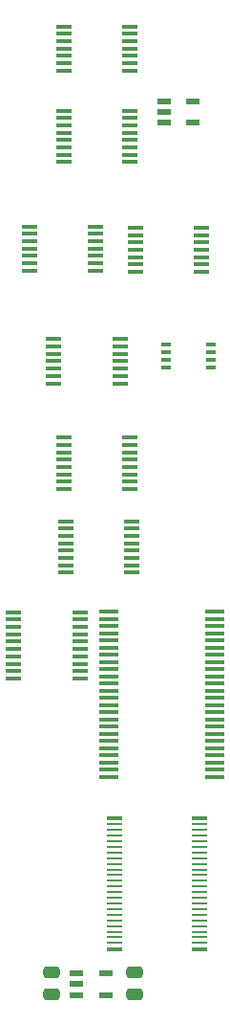
<source format=gtp>
%TF.GenerationSoftware,KiCad,Pcbnew,9.0.7*%
%TF.CreationDate,2026-01-29T18:23:37+02:00*%
%TF.ProjectId,HCP65 Kernal Mode,48435036-3520-44b6-9572-6e616c204d6f,V0*%
%TF.SameCoordinates,Original*%
%TF.FileFunction,Paste,Top*%
%TF.FilePolarity,Positive*%
%FSLAX46Y46*%
G04 Gerber Fmt 4.6, Leading zero omitted, Abs format (unit mm)*
G04 Created by KiCad (PCBNEW 9.0.7) date 2026-01-29 18:23:37*
%MOMM*%
%LPD*%
G01*
G04 APERTURE LIST*
G04 Aperture macros list*
%AMRoundRect*
0 Rectangle with rounded corners*
0 $1 Rounding radius*
0 $2 $3 $4 $5 $6 $7 $8 $9 X,Y pos of 4 corners*
0 Add a 4 corners polygon primitive as box body*
4,1,4,$2,$3,$4,$5,$6,$7,$8,$9,$2,$3,0*
0 Add four circle primitives for the rounded corners*
1,1,$1+$1,$2,$3*
1,1,$1+$1,$4,$5*
1,1,$1+$1,$6,$7*
1,1,$1+$1,$8,$9*
0 Add four rect primitives between the rounded corners*
20,1,$1+$1,$2,$3,$4,$5,0*
20,1,$1+$1,$4,$5,$6,$7,0*
20,1,$1+$1,$6,$7,$8,$9,0*
20,1,$1+$1,$8,$9,$2,$3,0*%
G04 Aperture macros list end*
%ADD10RoundRect,0.250000X0.475000X-0.250000X0.475000X0.250000X-0.475000X0.250000X-0.475000X-0.250000X0*%
%ADD11R,1.475000X0.450000*%
%ADD12R,1.150000X0.600000*%
%ADD13R,1.250000X0.600000*%
%ADD14R,1.450000X0.450000*%
%ADD15R,1.800000X0.430000*%
%ADD16R,1.400000X0.400000*%
%ADD17R,1.400000X0.280000*%
%ADD18R,0.950000X0.450000*%
G04 APERTURE END LIST*
D10*
%TO.C,C10*%
X12954000Y-81960000D03*
X12954000Y-80060000D03*
%TD*%
D11*
%TO.C,IC8*%
X2269000Y-48193000D03*
X2269000Y-48843000D03*
X2269000Y-49493000D03*
X2269000Y-50143000D03*
X2269000Y-50793000D03*
X2269000Y-51443000D03*
X2269000Y-52093000D03*
X2269000Y-52743000D03*
X2269000Y-53393000D03*
X2269000Y-54043000D03*
X8145000Y-54043000D03*
X8145000Y-53393000D03*
X8145000Y-52743000D03*
X8145000Y-52093000D03*
X8145000Y-51443000D03*
X8145000Y-50793000D03*
X8145000Y-50143000D03*
X8145000Y-49493000D03*
X8145000Y-48843000D03*
X8145000Y-48193000D03*
%TD*%
D12*
%TO.C,IC11*%
X7844000Y-80140000D03*
X7844000Y-81090000D03*
X7844000Y-82040000D03*
X10444000Y-82040000D03*
X10444000Y-80140000D03*
%TD*%
D13*
%TO.C,IC1*%
X15641000Y-2987000D03*
X15641000Y-3937000D03*
X15641000Y-4887000D03*
X18141000Y-4887000D03*
X18141000Y-2987000D03*
%TD*%
D10*
%TO.C,C9*%
X5588000Y-81960000D03*
X5588000Y-80060000D03*
%TD*%
D14*
%TO.C,IC5*%
X6854000Y-40143000D03*
X6854000Y-40793000D03*
X6854000Y-41443000D03*
X6854000Y-42093000D03*
X6854000Y-42743000D03*
X6854000Y-43393000D03*
X6854000Y-44043000D03*
X6854000Y-44693000D03*
X12704000Y-44693000D03*
X12704000Y-44043000D03*
X12704000Y-43393000D03*
X12704000Y-42743000D03*
X12704000Y-42093000D03*
X12704000Y-41443000D03*
X12704000Y-40793000D03*
X12704000Y-40143000D03*
%TD*%
%TO.C,IC12*%
X6727000Y-3821000D03*
X6727000Y-4471000D03*
X6727000Y-5121000D03*
X6727000Y-5771000D03*
X6727000Y-6421000D03*
X6727000Y-7071000D03*
X6727000Y-7721000D03*
X6727000Y-8371000D03*
X12577000Y-8371000D03*
X12577000Y-7721000D03*
X12577000Y-7071000D03*
X12577000Y-6421000D03*
X12577000Y-5771000D03*
X12577000Y-5121000D03*
X12577000Y-4471000D03*
X12577000Y-3821000D03*
%TD*%
D15*
%TO.C,IC7*%
X10667000Y-48134000D03*
X10667000Y-48768000D03*
X10667000Y-49404000D03*
X10667000Y-50038000D03*
X10667000Y-50674000D03*
X10667000Y-51308000D03*
X10667000Y-51944000D03*
X10667000Y-52578000D03*
X10667000Y-53214000D03*
X10667000Y-53848000D03*
X10667000Y-54484000D03*
X10667000Y-55118000D03*
X10667000Y-55754000D03*
X10667000Y-56388000D03*
X10667000Y-57024000D03*
X10667000Y-57658000D03*
X10667000Y-58294000D03*
X10667000Y-58928000D03*
X10667000Y-59564000D03*
X10667000Y-60198000D03*
X10667000Y-60834000D03*
X10667000Y-61468000D03*
X10667000Y-62104000D03*
X10667000Y-62738000D03*
X20067000Y-62738000D03*
X20067000Y-62104000D03*
X20067000Y-61468000D03*
X20067000Y-60834000D03*
X20067000Y-60198000D03*
X20067000Y-59564000D03*
X20067000Y-58928000D03*
X20067000Y-58294000D03*
X20067000Y-57658000D03*
X20067000Y-57024000D03*
X20067000Y-56388000D03*
X20067000Y-55754000D03*
X20067000Y-55118000D03*
X20067000Y-54484000D03*
X20067000Y-53848000D03*
X20067000Y-53214000D03*
X20067000Y-52578000D03*
X20067000Y-51944000D03*
X20067000Y-51308000D03*
X20067000Y-50674000D03*
X20067000Y-50038000D03*
X20067000Y-49404000D03*
X20067000Y-48768000D03*
X20067000Y-48134000D03*
%TD*%
D16*
%TO.C,IC4*%
X18736000Y-78010000D03*
D17*
X18736000Y-77450000D03*
X18736000Y-76950000D03*
X18736000Y-76450000D03*
X18736000Y-75950000D03*
X18736000Y-75450000D03*
X18736000Y-74950000D03*
X18736000Y-74450000D03*
X18736000Y-73950000D03*
X18736000Y-73450000D03*
X18736000Y-72950000D03*
X18736000Y-72450000D03*
X18736000Y-71950000D03*
X18736000Y-71450000D03*
X18736000Y-70950000D03*
X18736000Y-70450000D03*
X18736000Y-69950000D03*
X18736000Y-69450000D03*
X18736000Y-68950000D03*
X18736000Y-68450000D03*
X18736000Y-67950000D03*
X18736000Y-67450000D03*
X18736000Y-66950000D03*
D16*
X18736000Y-66390000D03*
X11236000Y-66390000D03*
D17*
X11236000Y-66950000D03*
X11236000Y-67450000D03*
X11236000Y-67950000D03*
X11236000Y-68450000D03*
X11236000Y-68950000D03*
X11236000Y-69450000D03*
X11236000Y-69950000D03*
X11236000Y-70450000D03*
X11236000Y-70950000D03*
X11236000Y-71450000D03*
X11236000Y-71950000D03*
X11236000Y-72450000D03*
X11236000Y-72950000D03*
X11236000Y-73450000D03*
X11236000Y-73950000D03*
X11236000Y-74450000D03*
X11236000Y-74950000D03*
X11236000Y-75450000D03*
X11236000Y-75950000D03*
X11236000Y-76450000D03*
X11236000Y-76950000D03*
X11236000Y-77450000D03*
D16*
X11236000Y-78010000D03*
%TD*%
D11*
%TO.C,IC3*%
X6714000Y3626400D03*
X6714000Y2976400D03*
X6714000Y2326400D03*
X6714000Y1676400D03*
X6714000Y1026400D03*
X6714000Y376400D03*
X6714000Y-273600D03*
X12590000Y-273600D03*
X12590000Y376400D03*
X12590000Y1026400D03*
X12590000Y1676400D03*
X12590000Y2326400D03*
X12590000Y2976400D03*
X12590000Y3626400D03*
%TD*%
%TO.C,IC2*%
X5825000Y-24036072D03*
X5825000Y-24686072D03*
X5825000Y-25336072D03*
X5825000Y-25986072D03*
X5825000Y-26636072D03*
X5825000Y-27286072D03*
X5825000Y-27936072D03*
X11701000Y-27936072D03*
X11701000Y-27286072D03*
X11701000Y-26636072D03*
X11701000Y-25986072D03*
X11701000Y-25336072D03*
X11701000Y-24686072D03*
X11701000Y-24036072D03*
%TD*%
%TO.C,IC10*%
X3666000Y-14052000D03*
X3666000Y-14702000D03*
X3666000Y-15352000D03*
X3666000Y-16002000D03*
X3666000Y-16652000D03*
X3666000Y-17302000D03*
X3666000Y-17952000D03*
X9542000Y-17952000D03*
X9542000Y-17302000D03*
X9542000Y-16652000D03*
X9542000Y-16002000D03*
X9542000Y-15352000D03*
X9542000Y-14702000D03*
X9542000Y-14052000D03*
%TD*%
%TO.C,IC6*%
X13064000Y-14179000D03*
X13064000Y-14829000D03*
X13064000Y-15479000D03*
X13064000Y-16129000D03*
X13064000Y-16779000D03*
X13064000Y-17429000D03*
X13064000Y-18079000D03*
X18940000Y-18079000D03*
X18940000Y-17429000D03*
X18940000Y-16779000D03*
X18940000Y-16129000D03*
X18940000Y-15479000D03*
X18940000Y-14829000D03*
X18940000Y-14179000D03*
%TD*%
D14*
%TO.C,IC9*%
X6727000Y-32731430D03*
X6727000Y-33381430D03*
X6727000Y-34031430D03*
X6727000Y-34681430D03*
X6727000Y-35331430D03*
X6727000Y-35981430D03*
X6727000Y-36631430D03*
X6727000Y-37281430D03*
X12577000Y-37281430D03*
X12577000Y-36631430D03*
X12577000Y-35981430D03*
X12577000Y-35331430D03*
X12577000Y-34681430D03*
X12577000Y-34031430D03*
X12577000Y-33381430D03*
X12577000Y-32731430D03*
%TD*%
D18*
%TO.C,IC13*%
X19730535Y-26495963D03*
X19730535Y-25845963D03*
X19730535Y-25195963D03*
X19730535Y-24545963D03*
X15780535Y-24545963D03*
X15780535Y-25195963D03*
X15780535Y-25845963D03*
X15780535Y-26495963D03*
%TD*%
M02*

</source>
